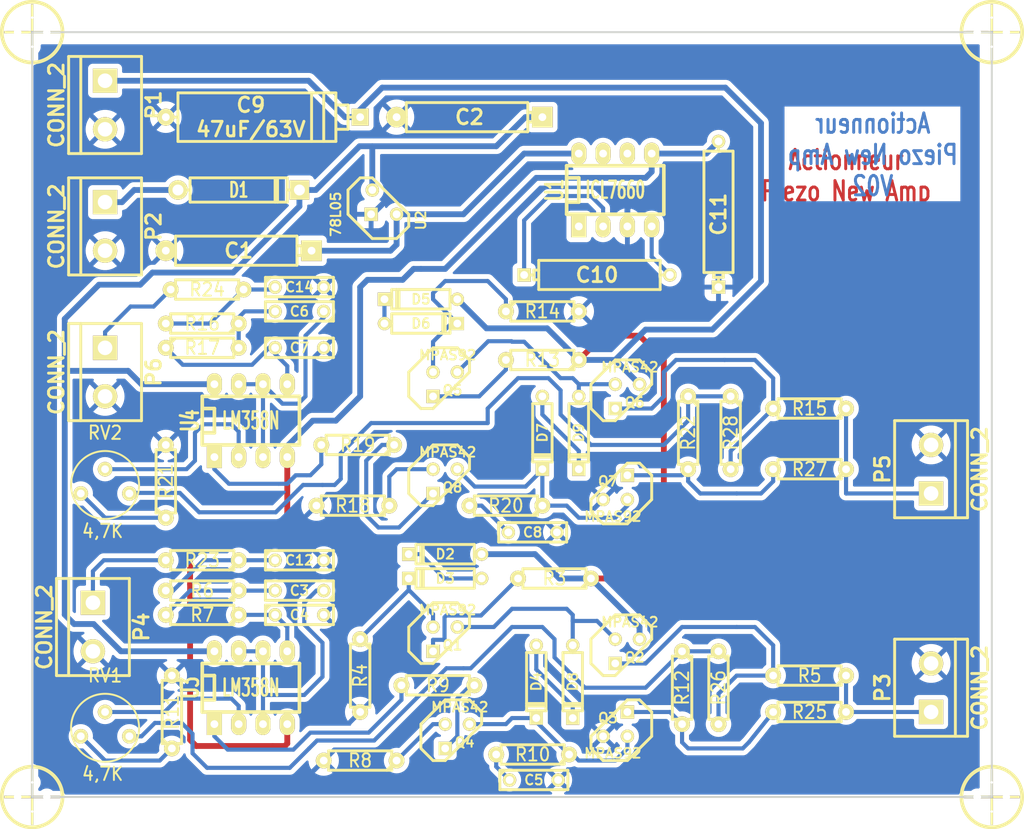
<source format=kicad_pcb>
(kicad_pcb (version 20221018) (generator pcbnew)
  (title_block (title "Actionneur_piezo"))
  (layers (0 "F.Cu" power "Composant") (31 "B.Cu" signal "Cuivre") (34 "B.Paste" user) (35 "F.Paste" user) (36 "B.SilkS" user "B.Silkscreen") (37 "F.SilkS" user "F.Silkscreen") (38 "B.Mask" user) (39 "F.Mask" user) (44 "Edge.Cuts" user))
  (net 0 "")
  (net 1 "+12V")
  (net 2 "-VAA")
  (net 3 "/12Vext")
  (net 4 "/ampli_h1")
  (net 5 "/ampli_h2")
  (net 6 "/ampli_h3")
  (net 7 "/ampli_h4")
  (net 8 "/ampli_h5")
  (net 9 "/ampli_h6")
  (net 10 "/ampli_h7")
  (net 11 "/ampli_h8")
  (net 12 "GND")
  (net 13 "HT")
  (net 14 "N-000005")
  (net 15 "N-000010")
  (net 16 "N-000011")
  (net 17 "N-000012")
  (net 18 "N-000013")
  (net 19 "N-000014")
  (net 20 "N-000015")
  (net 21 "N-000016")
  (net 22 "N-000017")
  (net 23 "N-000018")
  (net 24 "N-000019")
  (net 25 "N-000020")
  (net 26 "N-000021")
  (net 27 "N-000022")
  (net 28 "N-000023")
  (net 29 "N-000024")
  (net 30 "N-000025")
  (net 31 "N-000026")
  (net 32 "N-000027")
  (net 33 "N-000032")
  (net 34 "N-000033")
  (net 35 "N-000034")
  (net 36 "N-000035")
  (net 37 "N-000036")
  (net 38 "N-000037")
  (net 39 "N-000038")
  (net 40 "N-000039")
  (net 41 "N-000040")
  (net 42 "N-000041")
  (net 43 "N-000042")
  (net 44 "N-000043")
  (net 45 "N-000044")
  (net 46 "N-000045")
  (net 47 "N-000046")
  (net 48 "N-000047")
  (net 49 "N-000048")
  (net 50 "VCC")
  (footprint "bornier2" (layer "F.Cu") (at 95.885 59.436 -90)
    (fp_text reference "P1")
    (fp_text value "CONN_2")
  )
  (footprint "bornier2" (layer "F.Cu") (at 182.245 120.396 90)
    (fp_text reference "P3")
    (fp_text value "CONN_2")
  )
  (footprint "C2" (layer "F.Cu") (at 140.589 104.14)
    (fp_text reference "C8")
    (fp_text value "820pF" hide)
  )
  (footprint "C2" (layer "F.Cu") (at 116.205 112.776)
    (fp_text reference "C4")
    (fp_text value "4,7nF" hide)
  )
  (footprint "CP6" (layer "F.Cu") (at 133.985 60.706 180)
    (fp_text reference "C2")
    (fp_text value "47uF/20V" hide)
  )
  (footprint "CP8" (layer "F.Cu") (at 112.395 60.706 180)
    (fp_text reference "C9")
    (fp_text value "47uF/63V")
  )
  (footprint "C2" (layer "F.Cu") (at 140.716 130.048)
    (fp_text reference "C5")
    (fp_text value "820pF" hide)
  )
  (footprint "C2" (layer "F.Cu") (at 116.205 110.236 180)
    (fp_text reference "C3")
    (fp_text value "15nF" hide)
  )
  (footprint "C2" (layer "F.Cu") (at 116.205 81.026 180)
    (fp_text reference "C6")
    (fp_text value "15nF" hide)
  )
  (footprint "CP6" (layer "F.Cu") (at 109.855 74.676 180)
    (fp_text reference "C1")
    (fp_text value "47uF" hide)
  )
  (footprint "C2" (layer "F.Cu") (at 116.205 84.836)
    (fp_text reference "C7")
    (fp_text value "4,7nF" hide)
  )
  (footprint "D3" (layer "F.Cu") (at 128.905 82.296)
    (fp_text reference "D6")
    (fp_text value "1N4148" hide)
  )
  (footprint "D3" (layer "F.Cu") (at 140.97 119.761 -90)
    (fp_text reference "D4")
    (fp_text value "1N4148" hide)
  )
  (footprint "D3" (layer "F.Cu") (at 131.445 108.966 180)
    (fp_text reference "D3")
    (fp_text value "1N4148" hide)
  )
  (footprint "D3" (layer "F.Cu") (at 131.445 106.426 180)
    (fp_text reference "D2")
    (fp_text value "1N4148" hide)
  )
  (footprint "D5" (layer "F.Cu") (at 109.855 68.326)
    (fp_text reference "D1")
    (fp_text value "1N4007" hide)
  )
  (footprint "D3" (layer "F.Cu") (at 141.605 93.726 -90)
    (fp_text reference "D7")
    (fp_text value "1N4148" hide)
  )
  (footprint "D3" (layer "F.Cu") (at 128.905 79.756 180)
    (fp_text reference "D5")
    (fp_text value "1N4148" hide)
  )
  (footprint "LM78LXX" (layer "F.Cu") (at 125.095 69.596 90)
    (fp_text reference "U2")
    (fp_text value "78L05")
  )
  (footprint "R3-LARGE_PADS" (layer "F.Cu") (at 156.21 120.396 -90)
    (fp_text reference "R12")
    (fp_text value "220K" hide)
  )
  (footprint "R3-LARGE_PADS" (layer "F.Cu") (at 106.045 84.836)
    (fp_text reference "R17")
    (fp_text value "22K" hide)
  )
  (footprint "R3-LARGE_PADS" (layer "F.Cu") (at 142.875 108.966 180)
    (fp_text reference "R3")
    (fp_text value "470" hide)
  )
  (footprint "R3-LARGE_PADS" (layer "F.Cu") (at 121.793 101.346 180)
    (fp_text reference "R18")
    (fp_text value "1K" hide)
  )
  (footprint "R3-LARGE_PADS" (layer "F.Cu") (at 169.545 119.126 180)
    (fp_text reference "R5")
    (fp_text value "47" hide)
  )
  (footprint "R3-LARGE_PADS" (layer "F.Cu") (at 122.555 128.016 180)
    (fp_text reference "R8")
    (fp_text value "1K" hide)
  )
  (footprint "R3-LARGE_PADS" (layer "F.Cu") (at 141.605 86.106 180)
    (fp_text reference "R13")
    (fp_text value "470" hide)
  )
  (footprint "R3-LARGE_PADS" (layer "F.Cu") (at 156.845 93.726 -90)
    (fp_text reference "R22")
    (fp_text value "220K" hide)
  )
  (footprint "R3-LARGE_PADS" (layer "F.Cu") (at 102.87 122.936 90)
    (fp_text reference "R11")
    (fp_text value "4,7K" hide)
  )
  (footprint "R3-LARGE_PADS" (layer "F.Cu") (at 106.045 110.236 180)
    (fp_text reference "R6")
    (fp_text value "22K" hide)
  )
  (footprint "R3-LARGE_PADS" (layer "F.Cu") (at 102.235 98.806 90)
    (fp_text reference "R21")
    (fp_text value "4,7K" hide)
  )
  (footprint "R3-LARGE_PADS" (layer "F.Cu") (at 106.045 82.296 180)
    (fp_text reference "R16")
    (fp_text value "22K" hide)
  )
  (footprint "R3-LARGE_PADS" (layer "F.Cu") (at 122.301 94.996 180)
    (fp_text reference "R19")
    (fp_text value "1K" hide)
  )
  (footprint "R3-LARGE_PADS" (layer "F.Cu") (at 140.589 127.381 180)
    (fp_text reference "R10")
    (fp_text value "5,6K" hide)
  )
  (footprint "R3-LARGE_PADS" (layer "F.Cu") (at 137.795 101.346 180)
    (fp_text reference "R20")
    (fp_text value "5,6K" hide)
  )
  (footprint "R3-LARGE_PADS" (layer "F.Cu") (at 122.555 119.126 -90)
    (fp_text reference "R4")
    (fp_text value "220K" hide)
  )
  (footprint "R3-LARGE_PADS" (layer "F.Cu") (at 106.045 112.776 180)
    (fp_text reference "R7")
    (fp_text value "22K" hide)
  )
  (footprint "TO92-CBE" (layer "F.Cu") (at 149.225 124.206 180)
    (fp_text reference "Q3")
    (fp_text value "MPAS92")
  )
  (footprint "TO92-CBE" (layer "F.Cu") (at 131.445 88.646)
    (fp_text reference "Q5")
    (fp_text value "MPAS92")
  )
  (footprint "TO92-CBE" (layer "F.Cu") (at 149.225 99.441 180)
    (fp_text reference "Q7")
    (fp_text value "MPAS92")
  )
  (footprint "TO92-CBE" (layer "F.Cu") (at 150.495 89.916)
    (fp_text reference "Q6")
    (fp_text value "MPAS42")
  )
  (footprint "TO92-CBE" (layer "F.Cu") (at 131.445 115.316)
    (fp_text reference "Q1")
    (fp_text value "MPAS92")
  )
  (footprint "TO92-CBE" (layer "F.Cu") (at 150.495 116.586)
    (fp_text reference "Q2")
    (fp_text value "MPAS42")
  )
  (footprint "TO92-CBE" (layer "F.Cu") (at 132.715 125.476)
    (fp_text reference "Q4")
    (fp_text value "MPAS42")
  )
  (footprint "TO92-CBE" (layer "F.Cu") (at 131.445 98.806)
    (fp_text reference "Q8")
    (fp_text value "MPAS42")
  )
  (footprint "bornier2" (layer "F.Cu") (at 95.885 72.136 -90)
    (fp_text reference "P2")
    (fp_text value "CONN_2")
  )
  (footprint "DIP-8__300_ELL" (layer "F.Cu") (at 149.225 68.326)
    (fp_text reference "U1")
    (fp_text value "ICL7660")
  )
  (footprint "DIP-8__300_ELL" (layer "F.Cu") (at 111.125 92.456)
    (fp_text reference "U4")
    (fp_text value "LM358N")
  )
  (footprint "bornier2" (layer "F.Cu") (at 94.615 114.046 -90)
    (fp_text reference "P4")
    (fp_text value "CONN_2")
  )
  (footprint "bornier2" (layer "F.Cu") (at 182.245 97.536 90)
    (fp_text reference "P5")
    (fp_text value "CONN_2")
  )
  (footprint "bornier2" (layer "F.Cu") (at 95.885 87.376 -90)
    (fp_text reference "P6")
    (fp_text value "CONN_2")
  )
  (footprint "DIP-8__300_ELL" (layer "F.Cu") (at 111.125 120.396)
    (fp_text reference "U3")
    (fp_text value "LM358N")
  )
  (footprint "R3-LARGE_PADS" (layer "F.Cu") (at 130.683 120.142 180)
    (fp_text reference "R9")
    (fp_text value "1K" hide)
  )
  (footprint "R3-LARGE_PADS" (layer "F.Cu") (at 169.545 91.186 180)
    (fp_text reference "R15")
    (fp_text value "47" hide)
  )
  (footprint "RV2" (layer "F.Cu") (at 95.885 124.206)
    (fp_text reference "RV1")
    (fp_text value "4,7K")
  )
  (footprint "RV2" (layer "F.Cu") (at 95.885 98.806)
    (fp_text reference "RV2")
    (fp_text value "4,7K")
  )
  (footprint "MIRE" (layer "F.Cu") (at 188.595 51.816)
    (fp_text reference "MIRE" hide)
    (fp_text value "*" hide)
  )
  (footprint "MIRE" (layer "F.Cu") (at 88.265 51.816)
    (fp_text reference "MIRE" hide)
    (fp_text value "*" hide)
  )
  (footprint "MIRE" (layer "F.Cu") (at 88.265 131.826)
    (fp_text reference "MIRE" hide)
    (fp_text value "*" hide)
  )
  (footprint "MIRE" (layer "F.Cu") (at 188.595 131.826)
    (fp_text reference "MIRE" hide)
    (fp_text value "*" hide)
  )
  (footprint "CP6" (layer "F.Cu") (at 147.32 77.216)
    (fp_text reference "C10")
    (fp_text value "10uF" hide)
  )
  (footprint "CP6" (layer "F.Cu") (at 160.02 70.866 90)
    (fp_text reference "C11")
    (fp_text value "10uF" hide)
  )
  (footprint "R3-LARGE_PADS" (layer "F.Cu") (at 141.605 81.026)
    (fp_text reference "R14")
    (fp_text value "220K" hide)
  )
  (footprint "C2" (layer "F.Cu") (at 116.205 78.486)
    (fp_text reference "C14")
    (fp_text value "150nF" hide)
  )
  (footprint "C2" (layer "F.Cu") (at 116.205 107.061)
    (fp_text reference "C12")
    (fp_text value "150nF" hide)
  )
  (footprint "R3-LARGE_PADS" (layer "F.Cu") (at 106.045 107.061 180)
    (fp_text reference "R23")
    (fp_text value "1K" hide)
  )
  (footprint "R3-LARGE_PADS" (layer "F.Cu") (at 106.553 78.74 180)
    (fp_text reference "R24")
    (fp_text value "1K" hide)
  )
  (footprint "D3" (layer "F.Cu") (at 145.415 93.726 -90)
    (fp_text reference "D9")
    (fp_text value "1N4148" hide)
  )
  (footprint "D3" (layer "F.Cu") (at 144.78 119.761 -90)
    (fp_text reference "D8")
    (fp_text value "1N4148" hide)
  )
  (footprint "R3-LARGE_PADS" (layer "F.Cu") (at 169.545 122.936 180)
    (fp_text reference "R25")
    (fp_text value "47" hide)
  )
  (footprint "R3-LARGE_PADS" (layer "F.Cu") (at 160.02 120.396 -90)
    (fp_text reference "R26")
    (fp_text value "220K" hide)
  )
  (footprint "R3-LARGE_PADS" (layer "F.Cu") (at 169.545 97.536 180)
    (fp_text reference "R27")
    (fp_text value "47" hide)
  )
  (footprint "R3-LARGE_PADS" (layer "F.Cu") (at 161.29 93.726 -90)
    (fp_text reference "R28")
    (fp_text value "220K" hide)
  )
  (gr_line (start 88.265 51.816) (end 188.595 51.816) (stroke (width 0.2032)) (layer "Edge.Cuts"))
  (gr_line (start 88.265 131.826) (end 88.265 51.816) (stroke (width 0.2032)) (layer "Edge.Cuts"))
  (gr_line (start 188.595 51.816) (end 188.595 131.826) (stroke (width 0.2032)) (layer "Edge.Cuts"))
  (gr_line (start 188.595 131.826) (end 88.265 131.826) (stroke (width 0.2032)) (layer "Edge.Cuts"))
  (gr_text "Actionneur\nPiezo New Amp\nV02" (at 173.355 68.453) (layer "F.Cu") (effects (font (size 2.032 1.524) (thickness 0.3048))))
  (gr_text "Actionneur\nPiezo New Amp\nV02" (at 176.149 64.643) (layer "B.Cu") (effects (font (size 2.032 1.524) (thickness 0.3048)) (justify mirror)))
  (segment (start 99.695 88.646) (end 107.315 88.646) (width 0.6096) (layer "B.Cu") (net 1))
  (segment (start 97.54108 116.586) (end 94.68866 113.73358) (width 0.6096) (layer "B.Cu") (net 1))
  (segment (start 123.825 63.74892) (end 136.78916 63.74892) (width 0.6096) (layer "B.Cu") (net 1))
  (segment (start 91.6686 85.4837) (end 91.6686 81.8134) (width 0.6096) (layer "B.Cu") (net 1))
  (segment (start 98.298 87.249) (end 99.695 88.646) (width 0.6096) (layer "B.Cu") (net 1))
  (segment (start 107.315 116.586) (end 97.54108 116.586) (width 0.6096) (layer "B.Cu") (net 1))
  (segment (start 91.6686 81.8134) (end 95.25 78.232) (width 0.6096) (layer "B.Cu") (net 1))
  (segment (start 91.6686 87.249) (end 91.6686 85.4837) (width 0.6096) (layer "B.Cu") (net 1))
  (segment (start 99.568 78.232) (end 100.838 76.962) (width 0.6096) (layer "B.Cu") (net 1))
  (segment (start 91.6686 112.75314) (end 91.6686 87.249) (width 0.6096) (layer "B.Cu") (net 1))
  (segment (start 136.78916 63.74892) (end 139.83208 60.706) (width 0.6096) (layer "B.Cu") (net 1))
  (segment (start 100.838 76.962) (end 109.27842 76.962) (width 0.6096) (layer "B.Cu") (net 1))
  (segment (start 116.205 70.03542) (end 109.27842 76.962) (width 0.6096) (layer "B.Cu") (net 1))
  (segment (start 117.91442 68.326) (end 122.4915 63.74892) (width 0.6096) (layer "B.Cu") (net 1))
  (segment (start 116.205 68.326) (end 116.205 70.03542) (width 0.6096) (layer "B.Cu") (net 1))
  (segment (start 123.825 68.326) (end 123.825 63.74892) (width 0.6096) (layer "B.Cu") (net 1))
  (segment (start 116.205 68.326) (end 117.91442 68.326) (width 0.6096) (layer "B.Cu") (net 1))
  (segment (start 92.64904 113.73358) (end 91.6686 112.75314) (width 0.6096) (layer "B.Cu") (net 1))
  (segment (start 141.605 60.706) (end 139.83208 60.706) (width 0.6096) (layer "B.Cu") (net 1))
  (segment (start 91.6686 87.249) (end 98.298 87.249) (width 0.6096) (layer "B.Cu") (net 1))
  (segment (start 122.4915 63.74892) (end 123.825 63.74892) (width 0.6096) (layer "B.Cu") (net 1))
  (segment (start 95.25 78.232) (end 99.568 78.232) (width 0.6096) (layer "B.Cu") (net 1))
  (segment (start 94.68866 113.73358) (end 92.64904 113.73358) (width 0.6096) (layer "B.Cu") (net 1))
  (segment (start 114.681 126.492) (end 114.935 126.238) (width 0.6096) (layer "F.Cu") (net 2))
  (segment (start 104.775 106.807) (end 104.775 109.601) (width 0.6096) (layer "F.Cu") (net 2))
  (segment (start 104.775 109.601) (end 104.775 125.857) (width 0.6096) (layer "F.Cu") (net 2))
  (segment (start 113.411 126.492) (end 114.681 126.492) (width 0.6096) (layer "F.Cu") (net 2))
  (segment (start 105.41 126.492) (end 104.775 125.857) (width 0.6096) (layer "F.Cu") (net 2))
  (segment (start 107.061 104.521) (end 104.775 106.807) (width 0.6096) (layer "F.Cu") (net 2))
  (segment (start 112.776 104.521) (end 107.061 104.521) (width 0.6096) (layer "F.Cu") (net 2))
  (segment (start 113.411 126.492) (end 105.41 126.492) (width 0.6096) (layer "F.Cu") (net 2))
  (segment (start 114.935 96.266) (end 114.935 102.108) (width 0.6096) (layer "F.Cu") (net 2))
  (segment (start 114.935 102.108) (end 114.935 102.362) (width 0.6096) (layer "F.Cu") (net 2))
  (segment (start 114.935 126.238) (end 114.935 124.206) (width 0.6096) (layer "F.Cu") (net 2))
  (segment (start 114.935 102.362) (end 112.776 104.521) (width 0.6096) (layer "F.Cu") (net 2))
  (segment (start 127 77.724) (end 123.317 77.724) (width 0.6096) (layer "B.Cu") (net 2))
  (segment (start 128.143 76.581) (end 127 77.724) (width 0.6096) (layer "B.Cu") (net 2))
  (segment (start 158.75 64.516) (end 160.02 63.246) (width 0.6096) (layer "B.Cu") (net 2))
  (segment (start 152.4 67.056) (end 153.035 66.421) (width 0.6096) (layer "B.Cu") (net 2))
  (segment (start 153.035 64.516) (end 158.75 64.516) (width 0.6096) (layer "B.Cu") (net 2))
  (segment (start 140.97 67.056) (end 152.4 67.056) (width 0.6096) (layer "B.Cu") (net 2))
  (segment (start 128.905 76.581) (end 131.445 76.581) (width 0.6096) (layer "B.Cu") (net 2))
  (segment (start 120.015 92.456) (end 122.555 89.916) (width 0.6096) (layer "B.Cu") (net 2))
  (segment (start 123.317 77.724) (end 122.555 78.486) (width 0.6096) (layer "B.Cu") (net 2))
  (segment (start 122.555 89.916) (end 122.555 78.486) (width 0.6096) (layer "B.Cu") (net 2))
  (segment (start 114.935 95.123) (end 117.602 92.456) (width 0.6096) (layer "B.Cu") (net 2))
  (segment (start 128.905 76.581) (end 128.143 76.581) (width 0.6096) (layer "B.Cu") (net 2))
  (segment (start 117.602 92.456) (end 120.015 92.456) (width 0.6096) (layer "B.Cu") (net 2))
  (segment (start 131.445 76.581) (end 140.97 67.056) (width 0.6096) (layer "B.Cu") (net 2))
  (segment (start 114.935 96.266) (end 114.935 95.123) (width 0.6096) (layer "B.Cu") (net 2))
  (segment (start 153.035 66.421) (end 153.035 64.516) (width 0.6096) (layer "B.Cu") (net 2))
  (segment (start 98.92792 68.326) (end 97.65792 69.596) (width 0.6096) (layer "B.Cu") (net 3))
  (segment (start 95.885 69.596) (end 97.65792 69.596) (width 0.6096) (layer "B.Cu") (net 3))
  (segment (start 103.505 68.326) (end 98.92792 68.326) (width 0.6096) (layer "B.Cu") (net 3))
  (segment (start 116.713 113.792) (end 118.618 115.697) (width 0.4318) (layer "B.Cu") (net 4))
  (segment (start 112.395 116.586) (end 109.855 116.586) (width 0.4318) (layer "B.Cu") (net 4))
  (segment (start 118.618 119.253) (end 116.713 121.158) (width 0.4318) (layer "B.Cu") (net 4))
  (segment (start 112.395 121.158) (end 112.395 116.586) (width 0.4318) (layer "B.Cu") (net 4))
  (segment (start 116.713 121.158) (end 112.395 121.158) (width 0.4318) (layer "B.Cu") (net 4))
  (segment (start 118.745 110.236) (end 117.983 110.236) (width 0.4318) (layer "B.Cu") (net 4))
  (segment (start 117.983 110.236) (end 116.713 111.506) (width 0.4318) (layer "B.Cu") (net 4))
  (segment (start 116.713 112.522) (end 116.713 113.792) (width 0.4318) (layer "B.Cu") (net 4))
  (segment (start 112.395 124.206) (end 112.395 121.158) (width 0.4318) (layer "B.Cu") (net 4))
  (segment (start 118.618 115.697) (end 118.618 119.253) (width 0.4318) (layer "B.Cu") (net 4))
  (segment (start 116.713 111.506) (end 116.713 112.522) (width 0.4318) (layer "B.Cu") (net 4))
  (segment (start 114.427 90.678) (end 112.395 88.646) (width 0.4318) (layer "B.Cu") (net 5))
  (segment (start 116.84 83.566) (end 116.84 89.916) (width 0.4318) (layer "B.Cu") (net 5))
  (segment (start 118.745 81.026) (end 118.745 81.661) (width 0.4318) (layer "B.Cu") (net 5))
  (segment (start 116.84 89.916) (end 116.078 90.678) (width 0.4318) (layer "B.Cu") (net 5))
  (segment (start 116.078 90.678) (end 114.427 90.678) (width 0.4318) (layer "B.Cu") (net 5))
  (segment (start 118.745 81.661) (end 116.84 83.566) (width 0.4318) (layer "B.Cu") (net 5))
  (segment (start 112.395 88.646) (end 112.395 96.266) (width 0.4318) (layer "B.Cu") (net 5))
  (segment (start 109.855 88.646) (end 112.395 88.646) (width 0.4318) (layer "B.Cu") (net 5))
  (segment (start 173.355 122.936) (end 173.355 119.126) (width 0.4318) (layer "B.Cu") (net 6))
  (segment (start 173.355 122.936) (end 182.245 122.936) (width 0.4318) (layer "B.Cu") (net 6))
  (segment (start 94.615 108.204) (end 95.758 107.061) (width 0.4318) (layer "B.Cu") (net 7))
  (segment (start 95.758 107.061) (end 102.235 107.061) (width 0.4318) (layer "B.Cu") (net 7))
  (segment (start 94.615 111.506) (end 94.615 108.204) (width 0.4318) (layer "B.Cu") (net 7))
  (segment (start 173.355 97.536) (end 173.355 91.186) (width 0.4318) (layer "B.Cu") (net 8))
  (segment (start 173.355 100.076) (end 182.245 100.076) (width 0.4318) (layer "B.Cu") (net 8))
  (segment (start 173.355 97.536) (end 173.355 100.076) (width 0.4318) (layer "B.Cu") (net 8))
  (segment (start 98.552 80.518) (end 100.965 80.518) (width 0.4318) (layer "B.Cu") (net 9))
  (segment (start 100.965 80.518) (end 102.743 78.74) (width 0.4318) (layer "B.Cu") (net 9))
  (segment (start 95.885 83.185) (end 98.552 80.518) (width 0.4318) (layer "B.Cu") (net 9))
  (segment (start 95.885 84.836) (end 95.885 83.185) (width 0.4318) (layer "B.Cu") (net 9))
  (segment (start 98.425 125.476) (end 99.695 125.476) (width 0.4318) (layer "B.Cu") (net 10))
  (segment (start 131.572 118.364) (end 133.35 118.364) (width 0.4318) (layer "B.Cu") (net 10))
  (segment (start 141.605 114.046) (end 142.875 115.316) (width 0.4318) (layer "B.Cu") (net 10))
  (segment (start 124.0155 125.9205) (end 118.0465 125.9205) (width 0.4318) (layer "B.Cu") (net 10))
  (segment (start 138.43 114.046) (end 141.605 114.046) (width 0.4318) (layer "B.Cu") (net 10))
  (segment (start 142.875 117.221) (end 146.05 120.396) (width 0.4318) (layer "B.Cu") (net 10))
  (segment (start 118.0465 125.9205) (end 117.221 126.746) (width 0.4318) (layer "B.Cu") (net 10))
  (segment (start 106.553 128.778) (end 105.029 127.254) (width 0.4318) (layer "B.Cu") (net 10))
  (segment (start 133.35 118.364) (end 134.112 118.364) (width 0.4318) (layer "B.Cu") (net 10))
  (segment (start 103.886 124.079) (end 105.029 125.222) (width 0.4318) (layer "B.Cu") (net 10))
  (segment (start 124.0155 125.9205) (end 131.572 118.364) (width 0.4318) (layer "B.Cu") (net 10))
  (segment (start 142.875 115.316) (end 142.875 117.221) (width 0.4318) (layer "B.Cu") (net 10))
  (segment (start 152.4 120.396) (end 146.05 120.396) (width 0.4318) (layer "B.Cu") (net 10))
  (segment (start 99.695 125.476) (end 101.092 124.079) (width 0.4318) (layer "B.Cu") (net 10))
  (segment (start 134.112 118.364) (end 138.43 114.046) (width 0.4318) (layer "B.Cu") (net 10))
  (segment (start 101.092 124.079) (end 103.886 124.079) (width 0.4318) (layer "B.Cu") (net 10))
  (segment (start 160.02 116.586) (end 156.21 116.586) (width 0.4318) (layer "B.Cu") (net 10))
  (segment (start 152.4 120.396) (end 156.21 116.586) (width 0.4318) (layer "B.Cu") (net 10))
  (segment (start 117.221 126.746) (end 115.189 128.778) (width 0.4318) (layer "B.Cu") (net 10))
  (segment (start 115.189 128.778) (end 106.553 128.778) (width 0.4318) (layer "B.Cu") (net 10))
  (segment (start 105.029 125.222) (end 105.029 127.254) (width 0.4318) (layer "B.Cu") (net 10))
  (segment (start 118.618 99.187) (end 119.888 99.187) (width 0.4318) (layer "B.Cu") (net 11))
  (segment (start 135.89 92.71) (end 135.89 91.186) (width 0.4318) (layer "B.Cu") (net 11))
  (segment (start 135.89 91.186) (end 139.065 88.011) (width 0.4318) (layer "B.Cu") (net 11))
  (segment (start 119.888 99.187) (end 120.523 98.552) (width 0.4318) (layer "B.Cu") (net 11))
  (segment (start 120.523 95.885) (end 120.523 98.552) (width 0.4318) (layer "B.Cu") (net 11))
  (segment (start 98.425 100.076) (end 98.48596 100.01504) (width 0.4318) (layer "B.Cu") (net 11))
  (segment (start 142.24 88.011) (end 143.51 89.281) (width 0.4318) (layer "B.Cu") (net 11))
  (segment (start 118.618 99.187) (end 116.586 99.187) (width 0.4318) (layer "B.Cu") (net 11))
  (segment (start 154.305 94.996) (end 146.685 94.996) (width 0.4318) (layer "B.Cu") (net 11))
  (segment (start 139.065 88.011) (end 142.24 88.011) (width 0.4318) (layer "B.Cu") (net 11))
  (segment (start 156.845 89.916) (end 156.845 92.456) (width 0.4318) (layer "B.Cu") (net 11))
  (segment (start 143.51 91.821) (end 146.685 94.996) (width 0.4318) (layer "B.Cu") (net 11))
  (segment (start 156.845 92.456) (end 154.305 94.996) (width 0.4318) (layer "B.Cu") (net 11))
  (segment (start 113.7285 102.0445) (end 116.078 99.695) (width 0.4318) (layer "B.Cu") (net 11))
  (segment (start 105.7275 102.0445) (end 113.7285 102.0445) (width 0.4318) (layer "B.Cu") (net 11))
  (segment (start 135.89 92.71) (end 123.698 92.71) (width 0.4318) (layer "B.Cu") (net 11))
  (segment (start 105.7275 102.0445) (end 103.69804 100.01504) (width 0.4318) (layer "B.Cu") (net 11))
  (segment (start 156.845 89.916) (end 161.29 89.916) (width 0.4318) (layer "B.Cu") (net 11))
  (segment (start 98.48596 100.01504) (end 103.69804 100.01504) (width 0.4318) (layer "B.Cu") (net 11))
  (segment (start 143.51 89.281) (end 143.51 91.821) (width 0.4318) (layer "B.Cu") (net 11))
  (segment (start 123.698 92.71) (end 120.523 95.885) (width 0.4318) (layer "B.Cu") (net 11))
  (segment (start 116.586 99.187) (end 116.078 99.695) (width 0.4318) (layer "B.Cu") (net 11))
  (segment (start 123.825 70.866) (end 125.73 68.961) (width 0.6096) (layer "B.Cu") (net 12))
  (segment (start 156.21 68.961) (end 160.02 72.771) (width 0.6096) (layer "B.Cu") (net 12))
  (segment (start 160.02 72.771) (end 160.02 78.486) (width 0.6096) (layer "B.Cu") (net 12))
  (segment (start 123.698 70.866) (end 123.825 70.866) (width 0.6096) (layer "B.Cu") (net 12))
  (segment (start 150.495 70.231) (end 151.765 68.961) (width 0.6096) (layer "B.Cu") (net 12))
  (segment (start 151.765 68.961) (end 156.21 68.961) (width 0.6096) (layer "B.Cu") (net 12))
  (segment (start 150.495 72.136) (end 150.495 70.231) (width 0.6096) (layer "B.Cu") (net 12))
  (segment (start 154.305 86.106) (end 154.305 106.426) (width 0.6096) (layer "F.Cu") (net 13))
  (segment (start 145.415 86.106) (end 147.955 83.566) (width 0.6096) (layer "F.Cu") (net 13))
  (segment (start 154.305 106.426) (end 151.765 108.966) (width 0.6096) (layer "F.Cu") (net 13))
  (segment (start 147.955 83.566) (end 151.765 83.566) (width 0.6096) (layer "F.Cu") (net 13))
  (segment (start 151.765 108.966) (end 146.685 108.966) (width 0.6096) (layer "F.Cu") (net 13))
  (segment (start 151.765 83.566) (end 154.305 86.106) (width 0.6096) (layer "F.Cu") (net 13))
  (segment (start 132.715 79.756) (end 135.76046 82.80146) (width 0.6096) (layer "B.Cu") (net 13))
  (segment (start 149.225 86.106) (end 145.415 86.106) (width 0.6096) (layer "B.Cu") (net 13))
  (segment (start 122.555 60.706) (end 121.76506 60.706) (width 0.6096) (layer "B.Cu") (net 13))
  (segment (start 146.685 108.966) (end 150.93696 113.21542) (width 0.6096) (layer "B.Cu") (net 13))
  (segment (start 151.765 115.316) (end 151.765 114.04854) (width 0.6096) (layer "B.Cu") (net 13))
  (segment (start 124.8537 57.61736) (end 160.74136 57.61736) (width 0.6096) (layer "B.Cu") (net 13))
  (segment (start 121.76506 60.706) (end 120.97258 60.706) (width 0.6096) (layer "B.Cu") (net 13))
  (segment (start 160.74136 57.61736) (end 164.465 61.341) (width 0.6096) (layer "B.Cu") (net 13))
  (segment (start 117.16258 56.896) (end 95.885 56.896) (width 0.6096) (layer "B.Cu") (net 13))
  (segment (start 135.76046 82.80146) (end 142.11046 82.80146) (width 0.6096) (layer "B.Cu") (net 13))
  (segment (start 143.383 108.966) (end 146.685 108.966) (width 0.6096) (layer "B.Cu") (net 13))
  (segment (start 164.465 61.341) (end 164.465 77.851) (width 0.6096) (layer "B.Cu") (net 13))
  (segment (start 140.843 106.426) (end 143.383 108.966) (width 0.6096) (layer "B.Cu") (net 13))
  (segment (start 151.765 114.04854) (end 150.93696 113.21542) (width 0.6096) (layer "B.Cu") (net 13))
  (segment (start 142.11046 82.80146) (end 145.415 86.106) (width 0.6096) (layer "B.Cu") (net 13))
  (segment (start 140.716 106.426) (end 140.843 106.426) (width 0.6096) (layer "B.Cu") (net 13))
  (segment (start 121.76506 60.706) (end 124.8537 57.61736) (width 0.6096) (layer "B.Cu") (net 13))
  (segment (start 164.465 77.851) (end 159.385 82.931) (width 0.6096) (layer "B.Cu") (net 13))
  (segment (start 135.255 106.426) (end 140.716 106.426) (width 0.6096) (layer "B.Cu") (net 13))
  (segment (start 120.97258 60.706) (end 117.16258 56.896) (width 0.6096) (layer "B.Cu") (net 13))
  (segment (start 152.4 82.931) (end 149.225 86.106) (width 0.6096) (layer "B.Cu") (net 13))
  (segment (start 159.385 82.931) (end 152.4 82.931) (width 0.6096) (layer "B.Cu") (net 13))
  (segment (start 151.765 88.646) (end 149.225 86.106) (width 0.6096) (layer "B.Cu") (net 13))
  (segment (start 153.035 72.136) (end 153.035 75.311) (width 0.4318) (layer "B.Cu") (net 14))
  (segment (start 153.035 75.311) (end 154.94 77.216) (width 0.4318) (layer "B.Cu") (net 14))
  (segment (start 147.955 70.231) (end 147.955 72.136) (width 0.4318) (layer "B.Cu") (net 15))
  (segment (start 146.685 68.961) (end 147.955 70.231) (width 0.4318) (layer "B.Cu") (net 15))
  (segment (start 142.24 68.961) (end 146.685 68.961) (width 0.4318) (layer "B.Cu") (net 15))
  (segment (start 139.7 77.216) (end 139.7 71.501) (width 0.4318) (layer "B.Cu") (net 15))
  (segment (start 139.7 71.501) (end 142.24 68.961) (width 0.4318) (layer "B.Cu") (net 15))
  (segment (start 132.715 125.476) (end 131.445 126.746) (width 0.4318) (layer "B.Cu") (net 16))
  (segment (start 132.715 121.539) (end 132.715 125.476) (width 0.4318) (layer "B.Cu") (net 16))
  (segment (start 134.493 120.142) (end 134.112 120.142) (width 0.4318) (layer "B.Cu") (net 16))
  (segment (start 134.112 120.142) (end 132.715 121.539) (width 0.4318) (layer "B.Cu") (net 16))
  (segment (start 127.635 106.426) (end 128.83642 106.426) (width 0.4318) (layer "B.Cu") (net 17))
  (segment (start 131.37642 108.966) (end 128.83642 106.426) (width 0.4318) (layer "B.Cu") (net 17))
  (segment (start 135.255 108.966) (end 131.37642 108.966) (width 0.4318) (layer "B.Cu") (net 17))
  (segment (start 104.775 110.236) (end 109.855 110.236) (width 0.4318) (layer "B.Cu") (net 18))
  (segment (start 113.665 110.236) (end 109.855 110.236) (width 0.4318) (layer "B.Cu") (net 18))
  (segment (start 102.235 112.776) (end 104.775 110.236) (width 0.4318) (layer "B.Cu") (net 18))
  (segment (start 106.172 107.061) (end 109.855 107.061) (width 0.4318) (layer "B.Cu") (net 19))
  (segment (start 102.235 110.236) (end 102.997 110.236) (width 0.4318) (layer "B.Cu") (net 19))
  (segment (start 109.855 107.061) (end 113.665 107.061) (width 0.4318) (layer "B.Cu") (net 19))
  (segment (start 102.997 110.236) (end 106.172 107.061) (width 0.4318) (layer "B.Cu") (net 19))
  (segment (start 136.779 128.651) (end 138.176 130.048) (width 0.4318) (layer "B.Cu") (net 20))
  (segment (start 136.779 127.381) (end 136.779 128.651) (width 0.4318) (layer "B.Cu") (net 20))
  (segment (start 152.4 117.856) (end 149.225 117.856) (width 0.4318) (layer "B.Cu") (net 21))
  (segment (start 160.02 121.031) (end 161.925 119.126) (width 0.4318) (layer "B.Cu") (net 21))
  (segment (start 160.02 124.206) (end 160.02 121.031) (width 0.4318) (layer "B.Cu") (net 21))
  (segment (start 165.735 119.126) (end 165.735 115.951) (width 0.4318) (layer "B.Cu") (net 21))
  (segment (start 163.83 114.046) (end 161.925 114.046) (width 0.4318) (layer "B.Cu") (net 21))
  (segment (start 161.925 119.126) (end 165.735 119.126) (width 0.4318) (layer "B.Cu") (net 21))
  (segment (start 156.21 114.046) (end 152.4 117.856) (width 0.4318) (layer "B.Cu") (net 21))
  (segment (start 165.735 115.951) (end 163.83 114.046) (width 0.4318) (layer "B.Cu") (net 21))
  (segment (start 161.925 114.046) (end 156.21 114.046) (width 0.4318) (layer "B.Cu") (net 21))
  (segment (start 163.195 126.111) (end 165.735 122.936) (width 0.4318) (layer "B.Cu") (net 22))
  (segment (start 162.56 126.746) (end 163.195 126.111) (width 0.4318) (layer "B.Cu") (net 22))
  (segment (start 154.94 122.936) (end 156.21 124.206) (width 0.4318) (layer "B.Cu") (net 22))
  (segment (start 156.21 124.206) (end 156.21 126.111) (width 0.4318) (layer "B.Cu") (net 22))
  (segment (start 156.845 126.746) (end 162.56 126.746) (width 0.4318) (layer "B.Cu") (net 22))
  (segment (start 156.21 126.111) (end 156.845 126.746) (width 0.4318) (layer "B.Cu") (net 22))
  (segment (start 150.495 122.936) (end 154.94 122.936) (width 0.4318) (layer "B.Cu") (net 22))
  (segment (start 93.345 125.476) (end 95.885 128.016) (width 0.4318) (layer "B.Cu") (net 23))
  (segment (start 102.87 126.746) (end 101.6 128.016) (width 0.4318) (layer "B.Cu") (net 23))
  (segment (start 95.885 128.016) (end 101.6 128.016) (width 0.4318) (layer "B.Cu") (net 23))
  (segment (start 130.175 112.70742) (end 130.175 114.046) (width 0.4318) (layer "B.Cu") (net 24))
  (segment (start 122.555 115.316) (end 122.555 115.24742) (width 0.4318) (layer "B.Cu") (net 24))
  (segment (start 127.635 110.16742) (end 130.175 112.70742) (width 0.4318) (layer "B.Cu") (net 24))
  (segment (start 127.635 108.966) (end 127.635 110.16742) (width 0.4318) (layer "B.Cu") (net 24))
  (segment (start 122.555 115.24742) (end 127.635 110.16742) (width 0.4318) (layer "B.Cu") (net 24))
  (segment (start 130.175 124.206) (end 131.445 124.206) (width 0.4318) (layer "B.Cu") (net 25))
  (segment (start 126.365 128.016) (end 130.175 124.206) (width 0.4318) (layer "B.Cu") (net 25))
  (segment (start 123.444 125.095) (end 126.873 121.666) (width 0.4318) (layer "B.Cu") (net 26))
  (segment (start 116.5225 125.9205) (end 115.57 126.873) (width 0.4318) (layer "B.Cu") (net 26))
  (segment (start 115.57 126.873) (end 108.712 126.873) (width 0.4318) (layer "B.Cu") (net 26))
  (segment (start 116.5225 125.9205) (end 117.348 125.095) (width 0.4318) (layer "B.Cu") (net 26))
  (segment (start 108.712 126.873) (end 107.315 125.476) (width 0.4318) (layer "B.Cu") (net 26))
  (segment (start 107.315 125.476) (end 107.315 124.206) (width 0.4318) (layer "B.Cu") (net 26))
  (segment (start 126.873 121.666) (end 126.873 120.142) (width 0.4318) (layer "B.Cu") (net 26))
  (segment (start 117.348 125.095) (end 123.444 125.095) (width 0.4318) (layer "B.Cu") (net 26))
  (segment (start 102.108 122.936) (end 103.505 121.539) (width 0.4318) (layer "B.Cu") (net 27))
  (segment (start 95.885 122.936) (end 102.108 122.936) (width 0.4318) (layer "B.Cu") (net 27))
  (segment (start 109.855 122.301) (end 109.855 124.206) (width 0.4318) (layer "B.Cu") (net 27))
  (segment (start 103.505 121.539) (end 109.093 121.539) (width 0.4318) (layer "B.Cu") (net 27))
  (segment (start 109.093 121.539) (end 109.855 122.301) (width 0.4318) (layer "B.Cu") (net 27))
  (segment (start 140.97 115.951) (end 140.97 118.491) (width 0.4318) (layer "B.Cu") (net 28))
  (segment (start 140.97 118.491) (end 144.78 122.301) (width 0.4318) (layer "B.Cu") (net 28))
  (segment (start 144.78 122.301) (end 144.78 123.571) (width 0.4318) (layer "B.Cu") (net 28))
  (segment (start 109.855 112.776) (end 113.665 112.776) (width 0.4318) (layer "B.Cu") (net 29))
  (segment (start 114.935 114.046) (end 114.935 116.586) (width 0.4318) (layer "B.Cu") (net 29))
  (segment (start 113.665 112.776) (end 114.935 114.046) (width 0.4318) (layer "B.Cu") (net 29))
  (segment (start 144.78 127.381) (end 145.415 128.016) (width 0.4318) (layer "B.Cu") (net 30))
  (segment (start 150.495 126.746) (end 150.495 125.476) (width 0.4318) (layer "B.Cu") (net 30))
  (segment (start 138.43 123.571) (end 140.97 123.571) (width 0.4318) (layer "B.Cu") (net 30))
  (segment (start 133.985 124.206) (end 137.795 124.206) (width 0.4318) (layer "B.Cu") (net 30))
  (segment (start 144.399 127.381) (end 144.78 127.381) (width 0.4318) (layer "B.Cu") (net 30))
  (segment (start 145.415 128.016) (end 149.225 128.016) (width 0.4318) (layer "B.Cu") (net 30))
  (segment (start 149.225 128.016) (end 150.495 126.746) (width 0.4318) (layer "B.Cu") (net 30))
  (segment (start 137.795 124.206) (end 138.43 123.571) (width 0.4318) (layer "B.Cu") (net 30))
  (segment (start 140.97 123.952) (end 144.399 127.381) (width 0.4318) (layer "B.Cu") (net 30))
  (segment (start 140.97 123.571) (end 140.97 123.952) (width 0.4318) (layer "B.Cu") (net 30))
  (segment (start 144.78 115.951) (end 144.78 113.411) (width 0.4318) (layer "B.Cu") (net 31))
  (segment (start 144.78 113.411) (end 144.78 112.776) (width 0.4318) (layer "B.Cu") (net 31))
  (segment (start 144.78 112.776) (end 144.145 112.141) (width 0.4318) (layer "B.Cu") (net 31))
  (segment (start 136.525 114.046) (end 132.715 114.046) (width 0.4318) (layer "B.Cu") (net 31))
  (segment (start 144.145 112.141) (end 138.43 112.141) (width 0.4318) (layer "B.Cu") (net 31))
  (segment (start 138.43 112.141) (end 136.525 114.046) (width 0.4318) (layer "B.Cu") (net 31))
  (segment (start 147.32 113.411) (end 144.78 113.411) (width 0.4318) (layer "B.Cu") (net 31))
  (segment (start 149.225 115.316) (end 147.32 113.411) (width 0.4318) (layer "B.Cu") (net 31))
  (segment (start 131.56692 112.84204) (end 135.18896 112.84204) (width 0.4318) (layer "B.Cu") (net 32))
  (segment (start 130.175 116.586) (end 130.175 115.38458) (width 0.4318) (layer "B.Cu") (net 32))
  (segment (start 135.18896 112.84204) (end 139.065 108.966) (width 0.4318) (layer "B.Cu") (net 32))
  (segment (start 130.175 115.38458) (end 131.2545 115.38458) (width 0.4318) (layer "B.Cu") (net 32))
  (segment (start 131.37642 113.03254) (end 131.56692 112.84204) (width 0.4318) (layer "B.Cu") (net 32))
  (segment (start 131.37642 115.26266) (end 131.37642 113.03254) (width 0.4318) (layer "B.Cu") (net 32))
  (segment (start 131.2545 115.38458) (end 131.37642 115.26266) (width 0.4318) (layer "B.Cu") (net 32))
  (segment (start 124.46 103.632) (end 126.619 103.632) (width 0.4318) (layer "B.Cu") (net 33))
  (segment (start 126.111 94.996) (end 124.841 94.996) (width 0.4318) (layer "B.Cu") (net 33))
  (segment (start 124.841 94.996) (end 123.19 96.647) (width 0.4318) (layer "B.Cu") (net 33))
  (segment (start 126.619 103.632) (end 130.175 100.076) (width 0.4318) (layer "B.Cu") (net 33))
  (segment (start 123.19 96.647) (end 123.19 102.362) (width 0.4318) (layer "B.Cu") (net 33))
  (segment (start 123.19 102.362) (end 124.46 103.632) (width 0.4318) (layer "B.Cu") (net 33))
  (segment (start 125.095 79.756) (end 125.095 82.296) (width 0.4318) (layer "B.Cu") (net 34))
  (segment (start 109.855 81.661) (end 110.49 81.026) (width 0.4318) (layer "B.Cu") (net 35))
  (segment (start 109.855 84.836) (end 109.855 82.296) (width 0.4318) (layer "B.Cu") (net 35))
  (segment (start 109.855 82.296) (end 109.855 81.661) (width 0.4318) (layer "B.Cu") (net 35))
  (segment (start 110.49 81.026) (end 113.665 81.026) (width 0.4318) (layer "B.Cu") (net 35))
  (segment (start 113.411 78.74) (end 113.665 78.486) (width 0.4318) (layer "B.Cu") (net 36))
  (segment (start 102.235 82.296) (end 106.807 82.296) (width 0.4318) (layer "B.Cu") (net 36))
  (segment (start 110.363 78.74) (end 113.411 78.74) (width 0.4318) (layer "B.Cu") (net 36))
  (segment (start 106.807 82.296) (end 110.363 78.74) (width 0.4318) (layer "B.Cu") (net 36))
  (segment (start 133.985 101.346) (end 135.255 101.346) (width 0.4318) (layer "B.Cu") (net 37))
  (segment (start 135.255 101.346) (end 138.049 104.14) (width 0.4318) (layer "B.Cu") (net 37))
  (segment (start 161.29 97.536) (end 161.29 95.631) (width 0.4318) (layer "B.Cu") (net 38))
  (segment (start 154.305 89.916) (end 154.305 87.376) (width 0.4318) (layer "B.Cu") (net 38))
  (segment (start 154.305 87.376) (end 155.575 86.106) (width 0.4318) (layer "B.Cu") (net 38))
  (segment (start 149.225 91.186) (end 153.035 91.186) (width 0.4318) (layer "B.Cu") (net 38))
  (segment (start 154.305 89.916) (end 153.035 91.186) (width 0.4318) (layer "B.Cu") (net 38))
  (segment (start 161.29 95.631) (end 165.735 91.186) (width 0.4318) (layer "B.Cu") (net 38))
  (segment (start 165.735 88.011) (end 163.83 86.106) (width 0.4318) (layer "B.Cu") (net 38))
  (segment (start 155.575 86.106) (end 160.655 86.106) (width 0.4318) (layer "B.Cu") (net 38))
  (segment (start 165.735 91.186) (end 165.735 88.011) (width 0.4318) (layer "B.Cu") (net 38))
  (segment (start 163.83 86.106) (end 160.655 86.106) (width 0.4318) (layer "B.Cu") (net 38))
  (segment (start 156.21 98.171) (end 156.845 97.536) (width 0.4318) (layer "B.Cu") (net 39))
  (segment (start 165.735 97.536) (end 165.735 98.806) (width 0.4318) (layer "B.Cu") (net 39))
  (segment (start 156.845 98.806) (end 158.115 100.076) (width 0.4318) (layer "B.Cu") (net 39))
  (segment (start 164.465 100.076) (end 161.925 100.076) (width 0.4318) (layer "B.Cu") (net 39))
  (segment (start 158.115 100.076) (end 161.925 100.076) (width 0.4318) (layer "B.Cu") (net 39))
  (segment (start 150.495 98.171) (end 156.21 98.171) (width 0.4318) (layer "B.Cu") (net 39))
  (segment (start 165.735 98.806) (end 164.465 100.076) (width 0.4318) (layer "B.Cu") (net 39))
  (segment (start 156.845 97.536) (end 156.845 98.806) (width 0.4318) (layer "B.Cu") (net 39))
  (segment (start 93.345 100.076) (end 95.885 102.616) (width 0.4318) (layer "B.Cu") (net 40))
  (segment (start 95.885 102.616) (end 102.235 102.616) (width 0.4318) (layer "B.Cu") (net 40))
  (segment (start 135.89 77.851) (end 131.445 77.851) (width 0.4318) (layer "B.Cu") (net 41))
  (segment (start 137.795 81.026) (end 137.795 79.756) (width 0.4318) (layer "B.Cu") (net 41))
  (segment (start 130.175 79.756) (end 132.715 82.296) (width 0.4318) (layer "B.Cu") (net 41))
  (segment (start 131.445 77.851) (end 130.175 79.121) (width 0.4318) (layer "B.Cu") (net 41))
  (segment (start 130.175 79.121) (end 130.175 79.756) (width 0.4318) (layer "B.Cu") (net 41))
  (segment (start 132.08 82.296) (end 130.175 84.201) (width 0.4318) (layer "B.Cu") (net 41))
  (segment (start 132.715 82.296) (end 132.08 82.296) (width 0.4318) (layer "B.Cu") (net 41))
  (segment (start 137.795 79.756) (end 135.89 77.851) (width 0.4318) (layer "B.Cu") (net 41))
  (segment (start 130.175 84.201) (end 130.175 87.376) (width 0.4318) (layer "B.Cu") (net 41))
  (segment (start 126.365 97.536) (end 125.603 98.298) (width 0.4318) (layer "B.Cu") (net 42))
  (segment (start 130.175 97.536) (end 126.365 97.536) (width 0.4318) (layer "B.Cu") (net 42))
  (segment (start 125.603 98.298) (end 125.603 101.346) (width 0.4318) (layer "B.Cu") (net 42))
  (segment (start 114.046 99.06) (end 114.935 99.06) (width 0.4318) (layer "B.Cu") (net 43))
  (segment (start 118.491 97.028) (end 118.491 94.996) (width 0.4318) (layer "B.Cu") (net 43))
  (segment (start 107.315 97.536) (end 108.839 99.06) (width 0.4318) (layer "B.Cu") (net 43))
  (segment (start 116.967 98.171) (end 115.824 98.171) (width 0.4318) (layer "B.Cu") (net 43))
  (segment (start 115.824 98.171) (end 114.935 99.06) (width 0.4318) (layer "B.Cu") (net 43))
  (segment (start 108.839 99.06) (end 114.046 99.06) (width 0.4318) (layer "B.Cu") (net 43))
  (segment (start 114.935 99.06) (end 115.824 98.171) (width 0.4318) (layer "B.Cu") (net 43))
  (segment (start 117.348 98.171) (end 118.491 97.028) (width 0.4318) (layer "B.Cu") (net 43))
  (segment (start 116.967 98.171) (end 117.348 98.171) (width 0.4318) (layer "B.Cu") (net 43))
  (segment (start 107.315 96.266) (end 107.315 97.536) (width 0.4318) (layer "B.Cu") (net 43))
  (segment (start 95.885 97.536) (end 104.394 97.536) (width 0.4318) (layer "B.Cu") (net 44))
  (segment (start 109.855 93.599) (end 109.855 96.266) (width 0.4318) (layer "B.Cu") (net 44))
  (segment (start 105.283 96.647) (end 105.283 93.726) (width 0.4318) (layer "B.Cu") (net 44))
  (segment (start 109.093 92.837) (end 109.855 93.599) (width 0.4318) (layer "B.Cu") (net 44))
  (segment (start 104.394 97.536) (end 105.283 96.647) (width 0.4318) (layer "B.Cu") (net 44))
  (segment (start 105.283 93.726) (end 106.172 92.837) (width 0.4318) (layer "B.Cu") (net 44))
  (segment (start 106.172 92.837) (end 109.093 92.837) (width 0.4318) (layer "B.Cu") (net 44))
  (segment (start 141.605 91.821) (end 145.415 95.631) (width 0.4318) (layer "B.Cu") (net 45))
  (segment (start 141.605 89.916) (end 141.605 91.821) (width 0.4318) (layer "B.Cu") (net 45))
  (segment (start 145.415 95.631) (end 145.415 97.536) (width 0.4318) (layer "B.Cu") (net 45))
  (segment (start 113.665 85.471) (end 114.935 86.741) (width 0.4318) (layer "B.Cu") (net 46))
  (segment (start 113.03 84.836) (end 111.252 86.614) (width 0.4318) (layer "B.Cu") (net 46))
  (segment (start 111.252 86.614) (end 104.013 86.614) (width 0.4318) (layer "B.Cu") (net 46))
  (segment (start 113.665 84.836) (end 113.03 84.836) (width 0.4318) (layer "B.Cu") (net 46))
  (segment (start 113.665 84.836) (end 113.665 85.471) (width 0.4318) (layer "B.Cu") (net 46))
  (segment (start 104.013 86.614) (end 102.235 84.836) (width 0.4318) (layer "B.Cu") (net 46))
  (segment (start 114.935 86.741) (end 114.935 88.646) (width 0.4318) (layer "B.Cu") (net 46))
  (segment (start 150.495 101.346) (end 149.225 102.616) (width 0.4318) (layer "B.Cu") (net 47))
  (segment (start 134.53364 99.35464) (end 132.715 97.536) (width 0.4318) (layer "B.Cu") (net 47))
  (segment (start 141.67358 97.536) (end 139.85494 99.35464) (width 0.4318) (layer "B.Cu") (net 47))
  (segment (start 145.415 102.616) (end 144.145 101.346) (width 0.4318) (layer "B.Cu") (net 47))
  (segment (start 141.605 97.536) (end 141.67358 97.536) (width 0.4318) (layer "B.Cu") (net 47))
  (segment (start 144.145 101.346) (end 141.605 101.346) (width 0.4318) (layer "B.Cu") (net 47))
  (segment (start 149.225 102.616) (end 145.415 102.616) (width 0.4318) (layer "B.Cu") (net 47))
  (segment (start 150.495 100.711) (end 150.495 101.346) (width 0.4318) (layer "B.Cu") (net 47))
  (segment (start 139.85494 99.35464) (end 134.53364 99.35464) (width 0.4318) (layer "B.Cu") (net 47))
  (segment (start 141.605 97.536) (end 141.605 101.346) (width 0.4318) (layer "B.Cu") (net 47))
  (segment (start 139.7 84.201) (end 138.43 84.201) (width 0.4318) (layer "B.Cu") (net 48))
  (segment (start 145.415 88.646) (end 144.78 88.011) (width 0.4318) (layer "B.Cu") (net 48))
  (segment (start 143.51 88.011) (end 139.7 84.201) (width 0.4318) (layer "B.Cu") (net 48))
  (segment (start 135.94334 84.14766) (end 132.715 87.376) (width 0.4318) (layer "B.Cu") (net 48))
  (segment (start 144.78 88.011) (end 143.51 88.011) (width 0.4318) (layer "B.Cu") (net 48))
  (segment (start 145.415 89.916) (end 145.415 88.646) (width 0.4318) (layer "B.Cu") (net 48))
  (segment (start 145.415 88.646) (end 149.225 88.646) (width 0.4318) (layer "B.Cu") (net 48))
  (segment (start 138.43 84.201) (end 138.37666 84.14766) (width 0.4318) (layer "B.Cu") (net 48))
  (segment (start 138.37666 84.14766) (end 135.94334 84.14766) (width 0.4318) (layer "B.Cu") (net 48))
  (segment (start 130.175 89.916) (end 135.001 89.916) (width 0.4318) (layer "B.Cu") (net 49))
  (segment (start 137.795 87.122) (end 137.795 86.106) (width 0.4318) (layer "B.Cu") (net 49))
  (segment (start 135.001 89.916) (end 137.795 87.122) (width 0.4318) (layer "B.Cu") (net 49))
  (segment (start 117.475 74.676) (end 125.73 74.676) (width 0.6096) (layer "B.Cu") (net 50))
  (segment (start 133.35 70.866) (end 139.7 64.516) (width 0.6096) (layer "B.Cu") (net 50))
  (segment (start 139.7 64.516) (end 145.415 64.516) (width 0.6096) (layer "B.Cu") (net 50))
  (segment (start 126.365 70.866) (end 133.35 70.866) (width 0.6096) (layer "B.Cu") (net 50))
  (segment (start 125.73 74.676) (end 126.365 74.041) (width 0.6096) (layer "B.Cu") (net 50))
  (segment (start 126.365 74.041) (end 126.365 70.866) (width 0.6096) (layer "B.Cu") (net 50))
  (zone (net 12) (net_name "GND") (layer "B.Cu") (connect_pads (clearance 0.508)) (min_thickness 0.254) (fill yes (thermal_gap 0.762) (thermal_bridge_width 0.508))
    (polygon (pts (xy 187.325 131.572) (xy 187.325 53.086) (xy 88.392 53.086) (xy 88.392 131.572)))
  )
)
</source>
